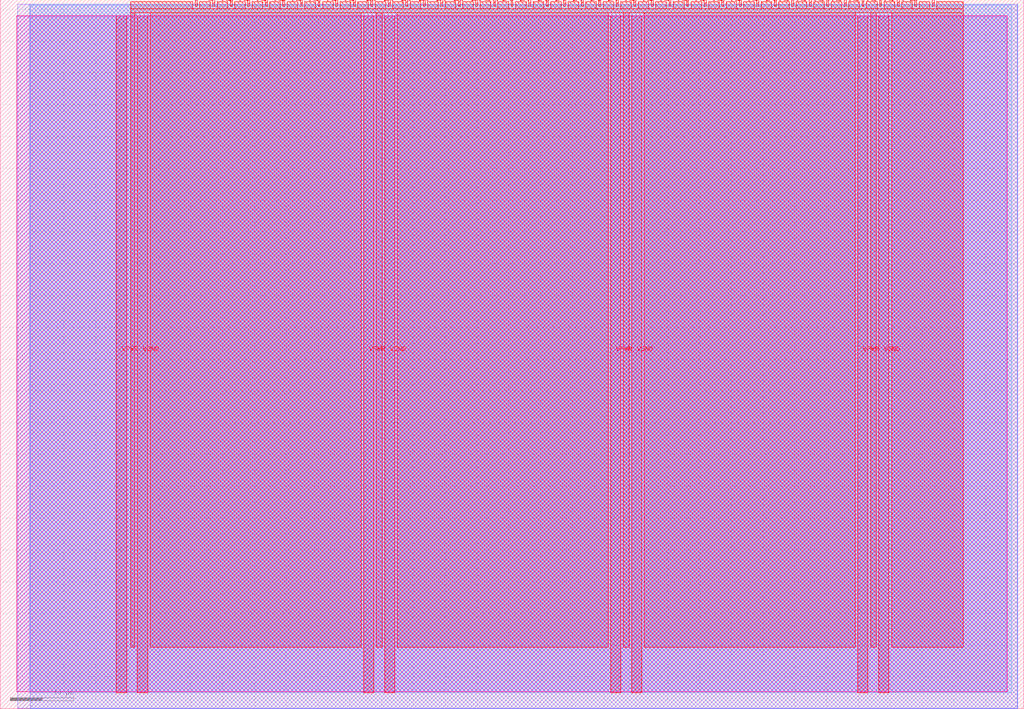
<source format=lef>
VERSION 5.7 ;
  NOWIREEXTENSIONATPIN ON ;
  DIVIDERCHAR "/" ;
  BUSBITCHARS "[]" ;
MACRO tt_um_led_cipher
  CLASS BLOCK ;
  FOREIGN tt_um_led_cipher ;
  ORIGIN 0.000 0.000 ;
  SIZE 161.000 BY 111.520 ;
  PIN VGND
    DIRECTION INOUT ;
    USE GROUND ;
    PORT
      LAYER met4 ;
        RECT 21.580 2.480 23.180 109.040 ;
    END
    PORT
      LAYER met4 ;
        RECT 60.450 2.480 62.050 109.040 ;
    END
    PORT
      LAYER met4 ;
        RECT 99.320 2.480 100.920 109.040 ;
    END
    PORT
      LAYER met4 ;
        RECT 138.190 2.480 139.790 109.040 ;
    END
  END VGND
  PIN VPWR
    DIRECTION INOUT ;
    USE POWER ;
    PORT
      LAYER met4 ;
        RECT 18.280 2.480 19.880 109.040 ;
    END
    PORT
      LAYER met4 ;
        RECT 57.150 2.480 58.750 109.040 ;
    END
    PORT
      LAYER met4 ;
        RECT 96.020 2.480 97.620 109.040 ;
    END
    PORT
      LAYER met4 ;
        RECT 134.890 2.480 136.490 109.040 ;
    END
  END VPWR
  PIN clk
    DIRECTION INPUT ;
    USE SIGNAL ;
    ANTENNAGATEAREA 0.852000 ;
    PORT
      LAYER met4 ;
        RECT 143.830 110.520 144.130 111.520 ;
    END
  END clk
  PIN ena
    DIRECTION INPUT ;
    USE SIGNAL ;
    PORT
      LAYER met4 ;
        RECT 146.590 110.520 146.890 111.520 ;
    END
  END ena
  PIN rst_n
    DIRECTION INPUT ;
    USE SIGNAL ;
    ANTENNAGATEAREA 0.196500 ;
    PORT
      LAYER met4 ;
        RECT 141.070 110.520 141.370 111.520 ;
    END
  END rst_n
  PIN ui_in[0]
    DIRECTION INPUT ;
    USE SIGNAL ;
    ANTENNAGATEAREA 0.196500 ;
    PORT
      LAYER met4 ;
        RECT 138.310 110.520 138.610 111.520 ;
    END
  END ui_in[0]
  PIN ui_in[1]
    DIRECTION INPUT ;
    USE SIGNAL ;
    PORT
      LAYER met4 ;
        RECT 135.550 110.520 135.850 111.520 ;
    END
  END ui_in[1]
  PIN ui_in[2]
    DIRECTION INPUT ;
    USE SIGNAL ;
    ANTENNAGATEAREA 0.196500 ;
    PORT
      LAYER met4 ;
        RECT 132.790 110.520 133.090 111.520 ;
    END
  END ui_in[2]
  PIN ui_in[3]
    DIRECTION INPUT ;
    USE SIGNAL ;
    ANTENNAGATEAREA 0.196500 ;
    PORT
      LAYER met4 ;
        RECT 130.030 110.520 130.330 111.520 ;
    END
  END ui_in[3]
  PIN ui_in[4]
    DIRECTION INPUT ;
    USE SIGNAL ;
    ANTENNAGATEAREA 0.196500 ;
    PORT
      LAYER met4 ;
        RECT 127.270 110.520 127.570 111.520 ;
    END
  END ui_in[4]
  PIN ui_in[5]
    DIRECTION INPUT ;
    USE SIGNAL ;
    ANTENNAGATEAREA 0.196500 ;
    PORT
      LAYER met4 ;
        RECT 124.510 110.520 124.810 111.520 ;
    END
  END ui_in[5]
  PIN ui_in[6]
    DIRECTION INPUT ;
    USE SIGNAL ;
    PORT
      LAYER met4 ;
        RECT 121.750 110.520 122.050 111.520 ;
    END
  END ui_in[6]
  PIN ui_in[7]
    DIRECTION INPUT ;
    USE SIGNAL ;
    PORT
      LAYER met4 ;
        RECT 118.990 110.520 119.290 111.520 ;
    END
  END ui_in[7]
  PIN uio_in[0]
    DIRECTION INPUT ;
    USE SIGNAL ;
    PORT
      LAYER met4 ;
        RECT 116.230 110.520 116.530 111.520 ;
    END
  END uio_in[0]
  PIN uio_in[1]
    DIRECTION INPUT ;
    USE SIGNAL ;
    PORT
      LAYER met4 ;
        RECT 113.470 110.520 113.770 111.520 ;
    END
  END uio_in[1]
  PIN uio_in[2]
    DIRECTION INPUT ;
    USE SIGNAL ;
    PORT
      LAYER met4 ;
        RECT 110.710 110.520 111.010 111.520 ;
    END
  END uio_in[2]
  PIN uio_in[3]
    DIRECTION INPUT ;
    USE SIGNAL ;
    PORT
      LAYER met4 ;
        RECT 107.950 110.520 108.250 111.520 ;
    END
  END uio_in[3]
  PIN uio_in[4]
    DIRECTION INPUT ;
    USE SIGNAL ;
    PORT
      LAYER met4 ;
        RECT 105.190 110.520 105.490 111.520 ;
    END
  END uio_in[4]
  PIN uio_in[5]
    DIRECTION INPUT ;
    USE SIGNAL ;
    PORT
      LAYER met4 ;
        RECT 102.430 110.520 102.730 111.520 ;
    END
  END uio_in[5]
  PIN uio_in[6]
    DIRECTION INPUT ;
    USE SIGNAL ;
    PORT
      LAYER met4 ;
        RECT 99.670 110.520 99.970 111.520 ;
    END
  END uio_in[6]
  PIN uio_in[7]
    DIRECTION INPUT ;
    USE SIGNAL ;
    PORT
      LAYER met4 ;
        RECT 96.910 110.520 97.210 111.520 ;
    END
  END uio_in[7]
  PIN uio_oe[0]
    DIRECTION OUTPUT ;
    USE SIGNAL ;
    PORT
      LAYER met4 ;
        RECT 49.990 110.520 50.290 111.520 ;
    END
  END uio_oe[0]
  PIN uio_oe[1]
    DIRECTION OUTPUT ;
    USE SIGNAL ;
    PORT
      LAYER met4 ;
        RECT 47.230 110.520 47.530 111.520 ;
    END
  END uio_oe[1]
  PIN uio_oe[2]
    DIRECTION OUTPUT ;
    USE SIGNAL ;
    PORT
      LAYER met4 ;
        RECT 44.470 110.520 44.770 111.520 ;
    END
  END uio_oe[2]
  PIN uio_oe[3]
    DIRECTION OUTPUT ;
    USE SIGNAL ;
    PORT
      LAYER met4 ;
        RECT 41.710 110.520 42.010 111.520 ;
    END
  END uio_oe[3]
  PIN uio_oe[4]
    DIRECTION OUTPUT ;
    USE SIGNAL ;
    PORT
      LAYER met4 ;
        RECT 38.950 110.520 39.250 111.520 ;
    END
  END uio_oe[4]
  PIN uio_oe[5]
    DIRECTION OUTPUT ;
    USE SIGNAL ;
    PORT
      LAYER met4 ;
        RECT 36.190 110.520 36.490 111.520 ;
    END
  END uio_oe[5]
  PIN uio_oe[6]
    DIRECTION OUTPUT ;
    USE SIGNAL ;
    PORT
      LAYER met4 ;
        RECT 33.430 110.520 33.730 111.520 ;
    END
  END uio_oe[6]
  PIN uio_oe[7]
    DIRECTION OUTPUT ;
    USE SIGNAL ;
    PORT
      LAYER met4 ;
        RECT 30.670 110.520 30.970 111.520 ;
    END
  END uio_oe[7]
  PIN uio_out[0]
    DIRECTION OUTPUT ;
    USE SIGNAL ;
    PORT
      LAYER met4 ;
        RECT 72.070 110.520 72.370 111.520 ;
    END
  END uio_out[0]
  PIN uio_out[1]
    DIRECTION OUTPUT ;
    USE SIGNAL ;
    PORT
      LAYER met4 ;
        RECT 69.310 110.520 69.610 111.520 ;
    END
  END uio_out[1]
  PIN uio_out[2]
    DIRECTION OUTPUT ;
    USE SIGNAL ;
    PORT
      LAYER met4 ;
        RECT 66.550 110.520 66.850 111.520 ;
    END
  END uio_out[2]
  PIN uio_out[3]
    DIRECTION OUTPUT ;
    USE SIGNAL ;
    PORT
      LAYER met4 ;
        RECT 63.790 110.520 64.090 111.520 ;
    END
  END uio_out[3]
  PIN uio_out[4]
    DIRECTION OUTPUT ;
    USE SIGNAL ;
    PORT
      LAYER met4 ;
        RECT 61.030 110.520 61.330 111.520 ;
    END
  END uio_out[4]
  PIN uio_out[5]
    DIRECTION OUTPUT ;
    USE SIGNAL ;
    PORT
      LAYER met4 ;
        RECT 58.270 110.520 58.570 111.520 ;
    END
  END uio_out[5]
  PIN uio_out[6]
    DIRECTION OUTPUT ;
    USE SIGNAL ;
    PORT
      LAYER met4 ;
        RECT 55.510 110.520 55.810 111.520 ;
    END
  END uio_out[6]
  PIN uio_out[7]
    DIRECTION OUTPUT ;
    USE SIGNAL ;
    PORT
      LAYER met4 ;
        RECT 52.750 110.520 53.050 111.520 ;
    END
  END uio_out[7]
  PIN uo_out[0]
    DIRECTION OUTPUT ;
    USE SIGNAL ;
    ANTENNADIFFAREA 0.445500 ;
    PORT
      LAYER met4 ;
        RECT 94.150 110.520 94.450 111.520 ;
    END
  END uo_out[0]
  PIN uo_out[1]
    DIRECTION OUTPUT ;
    USE SIGNAL ;
    ANTENNADIFFAREA 0.795200 ;
    PORT
      LAYER met4 ;
        RECT 91.390 110.520 91.690 111.520 ;
    END
  END uo_out[1]
  PIN uo_out[2]
    DIRECTION OUTPUT ;
    USE SIGNAL ;
    PORT
      LAYER met4 ;
        RECT 88.630 110.520 88.930 111.520 ;
    END
  END uo_out[2]
  PIN uo_out[3]
    DIRECTION OUTPUT ;
    USE SIGNAL ;
    PORT
      LAYER met4 ;
        RECT 85.870 110.520 86.170 111.520 ;
    END
  END uo_out[3]
  PIN uo_out[4]
    DIRECTION OUTPUT ;
    USE SIGNAL ;
    PORT
      LAYER met4 ;
        RECT 83.110 110.520 83.410 111.520 ;
    END
  END uo_out[4]
  PIN uo_out[5]
    DIRECTION OUTPUT ;
    USE SIGNAL ;
    PORT
      LAYER met4 ;
        RECT 80.350 110.520 80.650 111.520 ;
    END
  END uo_out[5]
  PIN uo_out[6]
    DIRECTION OUTPUT ;
    USE SIGNAL ;
    PORT
      LAYER met4 ;
        RECT 77.590 110.520 77.890 111.520 ;
    END
  END uo_out[6]
  PIN uo_out[7]
    DIRECTION OUTPUT ;
    USE SIGNAL ;
    PORT
      LAYER met4 ;
        RECT 74.830 110.520 75.130 111.520 ;
    END
  END uo_out[7]
  OBS
      LAYER nwell ;
        RECT 2.570 2.635 158.430 108.990 ;
      LAYER li1 ;
        RECT 2.760 2.635 158.240 108.885 ;
      LAYER met1 ;
        RECT 2.760 0.040 160.010 110.800 ;
      LAYER met2 ;
        RECT 4.690 0.010 159.980 110.830 ;
      LAYER met3 ;
        RECT 4.665 2.555 159.095 110.665 ;
      LAYER met4 ;
        RECT 20.535 110.120 30.270 111.170 ;
        RECT 31.370 110.120 33.030 111.170 ;
        RECT 34.130 110.120 35.790 111.170 ;
        RECT 36.890 110.120 38.550 111.170 ;
        RECT 39.650 110.120 41.310 111.170 ;
        RECT 42.410 110.120 44.070 111.170 ;
        RECT 45.170 110.120 46.830 111.170 ;
        RECT 47.930 110.120 49.590 111.170 ;
        RECT 50.690 110.120 52.350 111.170 ;
        RECT 53.450 110.120 55.110 111.170 ;
        RECT 56.210 110.120 57.870 111.170 ;
        RECT 58.970 110.120 60.630 111.170 ;
        RECT 61.730 110.120 63.390 111.170 ;
        RECT 64.490 110.120 66.150 111.170 ;
        RECT 67.250 110.120 68.910 111.170 ;
        RECT 70.010 110.120 71.670 111.170 ;
        RECT 72.770 110.120 74.430 111.170 ;
        RECT 75.530 110.120 77.190 111.170 ;
        RECT 78.290 110.120 79.950 111.170 ;
        RECT 81.050 110.120 82.710 111.170 ;
        RECT 83.810 110.120 85.470 111.170 ;
        RECT 86.570 110.120 88.230 111.170 ;
        RECT 89.330 110.120 90.990 111.170 ;
        RECT 92.090 110.120 93.750 111.170 ;
        RECT 94.850 110.120 96.510 111.170 ;
        RECT 97.610 110.120 99.270 111.170 ;
        RECT 100.370 110.120 102.030 111.170 ;
        RECT 103.130 110.120 104.790 111.170 ;
        RECT 105.890 110.120 107.550 111.170 ;
        RECT 108.650 110.120 110.310 111.170 ;
        RECT 111.410 110.120 113.070 111.170 ;
        RECT 114.170 110.120 115.830 111.170 ;
        RECT 116.930 110.120 118.590 111.170 ;
        RECT 119.690 110.120 121.350 111.170 ;
        RECT 122.450 110.120 124.110 111.170 ;
        RECT 125.210 110.120 126.870 111.170 ;
        RECT 127.970 110.120 129.630 111.170 ;
        RECT 130.730 110.120 132.390 111.170 ;
        RECT 133.490 110.120 135.150 111.170 ;
        RECT 136.250 110.120 137.910 111.170 ;
        RECT 139.010 110.120 140.670 111.170 ;
        RECT 141.770 110.120 143.430 111.170 ;
        RECT 144.530 110.120 146.190 111.170 ;
        RECT 147.290 110.120 151.505 111.170 ;
        RECT 20.535 109.440 151.505 110.120 ;
        RECT 20.535 9.695 21.180 109.440 ;
        RECT 23.580 9.695 56.750 109.440 ;
        RECT 59.150 9.695 60.050 109.440 ;
        RECT 62.450 9.695 95.620 109.440 ;
        RECT 98.020 9.695 98.920 109.440 ;
        RECT 101.320 9.695 134.490 109.440 ;
        RECT 136.890 9.695 137.790 109.440 ;
        RECT 140.190 9.695 151.505 109.440 ;
  END
END tt_um_led_cipher
END LIBRARY


</source>
